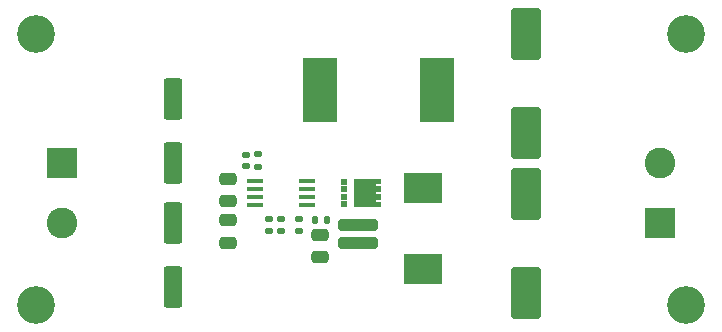
<source format=gbr>
%TF.GenerationSoftware,KiCad,Pcbnew,7.0.8*%
%TF.CreationDate,2023-10-17T18:42:51+11:00*%
%TF.ProjectId,bstconv,62737463-6f6e-4762-9e6b-696361645f70,rev?*%
%TF.SameCoordinates,Original*%
%TF.FileFunction,Soldermask,Top*%
%TF.FilePolarity,Negative*%
%FSLAX46Y46*%
G04 Gerber Fmt 4.6, Leading zero omitted, Abs format (unit mm)*
G04 Created by KiCad (PCBNEW 7.0.8) date 2023-10-17 18:42:51*
%MOMM*%
%LPD*%
G01*
G04 APERTURE LIST*
G04 Aperture macros list*
%AMRoundRect*
0 Rectangle with rounded corners*
0 $1 Rounding radius*
0 $2 $3 $4 $5 $6 $7 $8 $9 X,Y pos of 4 corners*
0 Add a 4 corners polygon primitive as box body*
4,1,4,$2,$3,$4,$5,$6,$7,$8,$9,$2,$3,0*
0 Add four circle primitives for the rounded corners*
1,1,$1+$1,$2,$3*
1,1,$1+$1,$4,$5*
1,1,$1+$1,$6,$7*
1,1,$1+$1,$8,$9*
0 Add four rect primitives between the rounded corners*
20,1,$1+$1,$2,$3,$4,$5,0*
20,1,$1+$1,$4,$5,$6,$7,0*
20,1,$1+$1,$6,$7,$8,$9,0*
20,1,$1+$1,$8,$9,$2,$3,0*%
%AMFreePoly0*
4,1,17,1.371000,0.720000,0.950000,0.720000,0.950000,0.580000,1.370000,0.580000,1.370000,0.080000,0.950000,0.080000,0.950000,-0.080000,1.370000,-0.080000,1.370000,-0.580000,0.950000,-0.580000,0.950000,-0.720000,1.370000,-0.720000,1.370000,-1.225000,-0.950000,-1.225000,-0.950000,1.225000,1.371000,1.225000,1.371000,0.720000,1.371000,0.720000,$1*%
G04 Aperture macros list end*
%ADD10RoundRect,0.135000X-0.185000X0.135000X-0.185000X-0.135000X0.185000X-0.135000X0.185000X0.135000X0*%
%ADD11R,1.450000X0.450000*%
%ADD12RoundRect,0.250000X-0.475000X0.250000X-0.475000X-0.250000X0.475000X-0.250000X0.475000X0.250000X0*%
%ADD13R,2.600000X2.600000*%
%ADD14C,2.600000*%
%ADD15C,3.200000*%
%ADD16R,2.900000X5.400000*%
%ADD17RoundRect,0.135000X0.185000X-0.135000X0.185000X0.135000X-0.185000X0.135000X-0.185000X-0.135000X0*%
%ADD18RoundRect,0.250000X-0.550000X1.500000X-0.550000X-1.500000X0.550000X-1.500000X0.550000X1.500000X0*%
%ADD19R,0.630000X0.500000*%
%ADD20FreePoly0,0.000000*%
%ADD21RoundRect,0.250000X1.450000X-0.250000X1.450000X0.250000X-1.450000X0.250000X-1.450000X-0.250000X0*%
%ADD22RoundRect,0.135000X-0.135000X-0.185000X0.135000X-0.185000X0.135000X0.185000X-0.135000X0.185000X0*%
%ADD23RoundRect,0.250000X1.000000X-1.950000X1.000000X1.950000X-1.000000X1.950000X-1.000000X-1.950000X0*%
%ADD24R,3.300000X2.500000*%
%ADD25RoundRect,0.140000X-0.170000X0.140000X-0.170000X-0.140000X0.170000X-0.140000X0.170000X0.140000X0*%
%ADD26RoundRect,0.250000X-1.000000X1.950000X-1.000000X-1.950000X1.000000X-1.950000X1.000000X1.950000X0*%
G04 APERTURE END LIST*
D10*
%TO.C,R1*%
X144750000Y-152240000D03*
X144750000Y-153260000D03*
%TD*%
D11*
%TO.C,U1*%
X141050000Y-149025000D03*
X141050000Y-149675000D03*
X141050000Y-150325000D03*
X141050000Y-150975000D03*
X145450000Y-150975000D03*
X145450000Y-150325000D03*
X145450000Y-149675000D03*
X145450000Y-149025000D03*
%TD*%
D12*
%TO.C,C4*%
X138750000Y-148800000D03*
X138750000Y-150700000D03*
%TD*%
D13*
%TO.C,J1*%
X124695000Y-147455000D03*
D14*
X124695000Y-152535000D03*
%TD*%
D15*
%TO.C,H1*%
X122500000Y-136500000D03*
%TD*%
D16*
%TO.C,L1*%
X146550000Y-141250000D03*
X156450000Y-141250000D03*
%TD*%
D17*
%TO.C,R2*%
X141250000Y-147760000D03*
X141250000Y-146740000D03*
%TD*%
D18*
%TO.C,C1*%
X134050000Y-152550000D03*
X134050000Y-157950000D03*
%TD*%
D15*
%TO.C,H4*%
X177500000Y-159500000D03*
%TD*%
D13*
%TO.C,J2*%
X175305000Y-152540000D03*
D14*
X175305000Y-147460000D03*
%TD*%
D10*
%TO.C,R3*%
X142250000Y-152240000D03*
X142250000Y-153260000D03*
%TD*%
D19*
%TO.C,Q1*%
X148560000Y-149030000D03*
X148560000Y-149670000D03*
X148560000Y-150330000D03*
X148560000Y-150970000D03*
D20*
X150385000Y-150000000D03*
%TD*%
D15*
%TO.C,H3*%
X122500000Y-159500000D03*
%TD*%
D21*
%TO.C,R6*%
X149750000Y-154250000D03*
X149750000Y-152750000D03*
%TD*%
D15*
%TO.C,H2*%
X177500000Y-136500000D03*
%TD*%
D22*
%TO.C,R5*%
X146090000Y-152250000D03*
X147110000Y-152250000D03*
%TD*%
D10*
%TO.C,R4*%
X143250000Y-152240000D03*
X143250000Y-153260000D03*
%TD*%
D23*
%TO.C,C7*%
X164000000Y-144950000D03*
X164000000Y-136550000D03*
%TD*%
D24*
%TO.C,D1*%
X155260000Y-149550000D03*
X155250000Y-156450000D03*
%TD*%
D12*
%TO.C,C3*%
X138750000Y-152300000D03*
X138750000Y-154200000D03*
%TD*%
%TO.C,C6*%
X146500000Y-153550000D03*
X146500000Y-155450000D03*
%TD*%
D25*
%TO.C,C5*%
X140250000Y-146770000D03*
X140250000Y-147730000D03*
%TD*%
D18*
%TO.C,C2*%
X134050000Y-142050000D03*
X134050000Y-147450000D03*
%TD*%
D26*
%TO.C,C8*%
X164000000Y-150050000D03*
X164000000Y-158450000D03*
%TD*%
M02*

</source>
